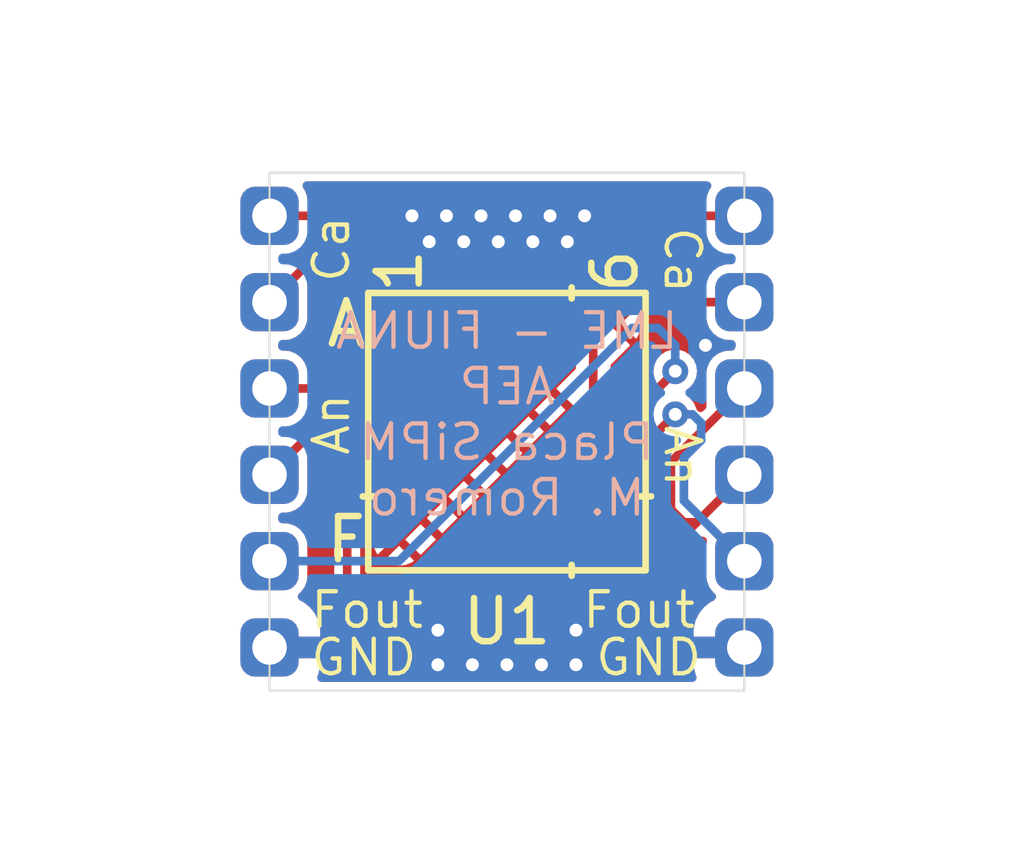
<source format=kicad_pcb>
(kicad_pcb (version 20221018) (generator pcbnew)
  (layers (0 "F.Cu" signal) (1 "In1.Cu" signal) (2 "In2.Cu" signal) (31 "B.Cu" signal) (34 "B.Paste" user) (35 "F.Paste" user) (36 "B.SilkS" user "B.Silkscreen") (37 "F.SilkS" user "F.Silkscreen") (38 "B.Mask" user) (39 "F.Mask" user) (44 "Edge.Cuts" user))
  (net 0 "")
  (net 1 "Cat")
  (net 2 "An")
  (net 3 "Fout")
  (net 4 "GND")
  (net 5 "Fout2")
  (net 6 "An2")
  (net 7 "Cat2")
  (footprint "0A_SiPM:MICROFJ-60035-TSV_ONS" (layer "F.Cu") (at 150.5 123)
    (fp_text reference "U1" (at 0 4.4 unlocked) (layer "F.SilkS"))
    (fp_text value "MICROFJ-60035-TSV")
    (fp_text user "A" (at -3.7211 -2.5 unlocked) (layer "F.SilkS"))
    (fp_text user "1" (at -2.5 -3.7211 90 unlocked) (layer "F.SilkS"))
    (fp_text user "F" (at -3.7211 2.5 unlocked) (layer "F.SilkS"))
    (fp_text user "6" (at 2.5 -3.7211 90 unlocked) (layer "F.SilkS"))
    (fp_line (start -3.2131 -3.2131) (end -3.2131 3.2131) (stroke (width 0.1524)) (layer "F.SilkS"))
    (fp_line (start -3.2131 3.2131) (end 3.2131 3.2131) (stroke (width 0.1524)) (layer "F.SilkS"))
    (fp_line (start -3.0861 1.500124) (end -3.3401 1.500124) (stroke (width 0.1524)) (layer "F.SilkS"))
    (fp_line (start 1.500124 -3.0861) (end 1.500124 -3.3401) (stroke (width 0.1524)) (layer "F.SilkS"))
    (fp_line (start 1.500124 3.0861) (end 1.500124 3.3401) (stroke (width 0.1524)) (layer "F.SilkS"))
    (fp_line (start 3.0861 1.500124) (end 3.3401 1.500124) (stroke (width 0.1524)) (layer "F.SilkS"))
    (fp_line (start 3.2131 -3.2131) (end -3.2131 -3.2131) (stroke (width 0.1524)) (layer "F.SilkS"))
    (fp_line (start 3.2131 3.2131) (end 3.2131 -3.2131) (stroke (width 0.1524)) (layer "F.SilkS"))
    (pad "A1" smd circle (at -2.5 -2.5) (size 0.2032 0.2032) (layers "F.Cu" "F.Paste" "F.Mask") (net 1 "Cat"))
    (pad "A2" smd circle (at -1.5 -2.5) (size 0.2032 0.2032) (layers "F.Cu" "F.Paste" "F.Mask") (net 4 "GND"))
    (pad "A3" smd circle (at -0.5 -2.5) (size 0.2032 0.2032) (layers "F.Cu" "F.Paste" "F.Mask") (net 4 "GND"))
    (pad "A4" smd circle (at 0.5 -2.5) (size 0.2032 0.2032) (layers "F.Cu" "F.Paste" "F.Mask") (net 4 "GND"))
    (pad "A5" smd circle (at 1.5 -2.5) (size 0.2032 0.2032) (layers "F.Cu" "F.Paste" "F.Mask") (net 4 "GND"))
    (pad "A6" smd circle (at 2.5 -2.5) (size 0.2032 0.2032) (layers "F.Cu" "F.Paste" "F.Mask") (net 4 "GND"))
    (pad "B1" smd circle (at -2.5 -1.5) (size 0.2032 0.2032) (layers "F.Cu" "F.Paste" "F.Mask") (net 4 "GND"))
    (pad "B2" smd circle (at -1.5 -1.5) (size 0.2032 0.2032) (layers "F.Cu" "F.Paste" "F.Mask") (net 4 "GND"))
    (pad "B3" smd circle (at -0.5 -1.5) (size 0.2032 0.2032) (layers "F.Cu" "F.Paste" "F.Mask") (net 4 "GND"))
    (pad "B4" smd circle (at 0.5 -1.5) (size 0.2032 0.2032) (layers "F.Cu" "F.Paste" "F.Mask") (net 4 "GND"))
    (pad "B5" smd circle (at 1.5 -1.5) (size 0.2032 0.2032) (layers "F.Cu" "F.Paste" "F.Mask") (net 4 "GND"))
    (pad "B6" smd circle (at 2.5 -1.5) (size 0.2032 0.2032) (layers "F.Cu" "F.Paste" "F.Mask") (net 4 "GND"))
    (pad "C1" smd circle (at -2.5 -0.5) (size 0.2032 0.2032) (layers "F.Cu" "F.Paste" "F.Mask") (net 2 "An"))
    (pad "C2" smd circle (at -1.5 -0.5) (size 0.2032 0.2032) (layers "F.Cu" "F.Paste" "F.Mask") (net 4 "GND"))
    (pad "C3" smd circle (at -0.5 -0.5) (size 0.2032 0.2032) (layers "F.Cu" "F.Paste" "F.Mask") (net 4 "GND"))
    (pad "C4" smd circle (at 0.5 -0.5) (size 0.2032 0.2032) (layers "F.Cu" "F.Paste" "F.Mask") (net 4 "GND"))
    (pad "C5" smd circle (at 1.5 -0.5) (size 0.2032 0.2032) (layers "F.Cu" "F.Paste" "F.Mask") (net 4 "GND"))
    (pad "C6" smd circle (at 2.5 -0.5) (size 0.2032 0.2032) (layers "F.Cu" "F.Paste" "F.Mask") (net 3 "Fout"))
    (pad "D1" smd circle (at -2.5 0.5) (size 0.2032 0.2032) (layers "F.Cu" "F.Paste" "F.Mask") (net 6 "An2"))
    (pad "D2" smd circle (at -1.5 0.5) (size 0.2032 0.2032) (layers "F.Cu" "F.Paste" "F.Mask") (net 4 "GND"))
    (pad "D3" smd circle (at -0.5 0.5) (size 0.2032 0.2032) (layers "F.Cu" "F.Paste" "F.Mask") (net 4 "GND"))
    (pad "D4" smd circle (at 0.5 0.5) (size 0.2032 0.2032) (layers "F.Cu" "F.Paste" "F.Mask") (net 4 "GND"))
    (pad "D5" smd circle (at 1.5 0.5) (size 0.2032 0.2032) (layers "F.Cu" "F.Paste" "F.Mask") (net 4 "GND"))
    (pad "D6" smd circle (at 2.5 0.5) (size 0.2032 0.2032) (layers "F.Cu" "F.Paste" "F.Mask") (net 5 "Fout2"))
    (pad "E1" smd circle (at -2.5 1.5) (size 0.2032 0.2032) (layers "F.Cu" "F.Paste" "F.Mask") (net 4 "GND"))
    (pad "E2" smd circle (at -1.5 1.5) (size 0.2032 0.2032) (layers "F.Cu" "F.Paste" "F.Mask") (net 4 "GND"))
    (pad "E3" smd circle (at -0.5 1.5) (size 0.2032 0.2032) (layers "F.Cu" "F.Paste" "F.Mask") (net 4 "GND"))
    (pad "E4" smd circle (at 0.5 1.5) (size 0.2032 0.2032) (layers "F.Cu" "F.Paste" "F.Mask") (net 4 "GND"))
    (pad "E5" smd circle (at 1.5 1.5) (size 0.2032 0.2032) (layers "F.Cu" "F.Paste" "F.Mask") (net 4 "GND"))
    (pad "E6" smd circle (at 2.5 1.5) (size 0.2032 0.2032) (layers "F.Cu" "F.Paste" "F.Mask") (net 4 "GND"))
    (pad "F1" smd circle (at -2.5 2.5) (size 0.2032 0.2032) (layers "F.Cu" "F.Paste" "F.Mask") (net 4 "GND"))
    (pad "F2" smd circle (at -1.5 2.5) (size 0.2032 0.2032) (layers "F.Cu" "F.Paste" "F.Mask") (net 4 "GND"))
    (pad "F3" smd circle (at -0.5 2.5) (size 0.2032 0.2032) (layers "F.Cu" "F.Paste" "F.Mask") (net 4 "GND"))
    (pad "F4" smd circle (at 0.5 2.5) (size 0.2032 0.2032) (layers "F.Cu" "F.Paste" "F.Mask") (net 4 "GND"))
    (pad "F5" smd circle (at 1.5 2.5) (size 0.2032 0.2032) (layers "F.Cu" "F.Paste" "F.Mask") (net 4 "GND"))
    (pad "F6" smd circle (at 2.5 2.5) (size 0.2032 0.2032) (layers "F.Cu" "F.Paste" "F.Mask") (net 7 "Cat2"))
  )
  (footprint "Connector_PinHeader_2.00mm:PinHeader_1x06_P2.00mm_Vertical" (layer "F.Cu") (at 145 118)
    (fp_text reference "J1" hide)
    (fp_text value "Conn_01x06_Pin")
    (pad "1" thru_hole roundrect (at 0 0) (size 1.35 1.35) (drill 0.8) (layers "*.Cu" "*.Mask") (net 1 "Cat"))
    (pad "2" thru_hole roundrect (at 0 2) (size 1.35 1.35) (drill 0.8) (layers "*.Cu" "*.Mask") (net 1 "Cat"))
    (pad "3" thru_hole roundrect (at 0 4) (size 1.35 1.35) (drill 0.8) (layers "*.Cu" "*.Mask") (net 2 "An"))
    (pad "4" thru_hole roundrect (at 0 6) (size 1.35 1.35) (drill 0.8) (layers "*.Cu" "*.Mask") (net 2 "An"))
    (pad "5" thru_hole roundrect (at 0 8) (size 1.35 1.35) (drill 0.8) (layers "*.Cu" "*.Mask") (net 3 "Fout"))
    (pad "6" thru_hole roundrect (at 0 10) (size 1.35 1.35) (drill 0.8) (layers "*.Cu" "*.Mask") (net 4 "GND"))
  )
  (footprint "Connector_PinHeader_2.00mm:PinHeader_1x06_P2.00mm_Vertical" (layer "F.Cu") (at 156 128 180)
    (fp_text reference "J2" hide)
    (fp_text value "Conn_01x06_Pin")
    (pad "1" thru_hole roundrect (at 0 0 180) (size 1.35 1.35) (drill 0.8) (layers "*.Cu" "*.Mask") (net 4 "GND"))
    (pad "2" thru_hole roundrect (at 0 2 180) (size 1.35 1.35) (drill 0.8) (layers "*.Cu" "*.Mask") (net 5 "Fout2"))
    (pad "3" thru_hole roundrect (at 0 4 180) (size 1.35 1.35) (drill 0.8) (layers "*.Cu" "*.Mask") (net 6 "An2"))
    (pad "4" thru_hole roundrect (at 0 6 180) (size 1.35 1.35) (drill 0.8) (layers "*.Cu" "*.Mask") (net 6 "An2"))
    (pad "5" thru_hole roundrect (at 0 8 180) (size 1.35 1.35) (drill 0.8) (layers "*.Cu" "*.Mask") (net 7 "Cat2"))
    (pad "6" thru_hole roundrect (at 0 10 180) (size 1.35 1.35) (drill 0.8) (layers "*.Cu" "*.Mask") (net 7 "Cat2"))
  )
  (gr_rect (start 145 117) (end 156 129) (stroke (width 0.05)) (fill none) (layer "Edge.Cuts"))
  (gr_text "LME - FIUNA\nAEP\nPlaca SiPM\nM. Romero" (at 150.5 125) (layer "B.SilkS") (effects (font (size 0.8 0.8) (thickness 0.1)) (justify bottom mirror)))
  (gr_text "Fout" (at 145.9 127.6) (layer "F.SilkS") (effects (font (size 0.8 0.8) (thickness 0.1)) (justify left bottom)))
  (gr_text "An" (at 154.1 122.8 270) (layer "F.SilkS") (effects (font (size 0.8 0.8) (thickness 0.1)) (justify left bottom)))
  (gr_text "Ca" (at 146.9 119.6 90) (layer "F.SilkS") (effects (font (size 0.8 0.8) (thickness 0.1)) (justify left bottom)))
  (gr_text "Fout" (at 152.2 127.6) (layer "F.SilkS") (effects (font (size 0.8 0.8) (thickness 0.1)) (justify left bottom)))
  (gr_text "An" (at 146.9 123.6 90) (layer "F.SilkS") (effects (font (size 0.8 0.8) (thickness 0.1)) (justify left bottom)))
  (gr_text "GND" (at 145.9 128.7) (layer "F.SilkS") (effects (font (size 0.8 0.8) (thickness 0.1)) (justify left bottom)))
  (gr_text "Ca" (at 154.1 118.2 270) (layer "F.SilkS") (effects (font (size 0.8 0.8) (thickness 0.1)) (justify left bottom)))
  (gr_text "GND" (at 152.5 128.7) (layer "F.SilkS") (effects (font (size 0.8 0.8) (thickness 0.1)) (justify left bottom)))
  (segment (start 146.1 118) (end 145 118) (width 0.2) (layer "F.Cu") (net 1))
  (segment (start 148 120.5) (end 148 119.2) (width 0.2) (layer "F.Cu") (net 1))
  (segment (start 146.8 118) (end 146.1 118) (width 0.2) (layer "F.Cu") (net 1))
  (segment (start 146.4 118.3) (end 146.1 118) (width 0.2) (layer "F.Cu") (net 1))
  (segment (start 146.4 118.6) (end 145 120) (width 0.2) (layer "F.Cu") (net 1))
  (segment (start 147.4 118.6) (end 146.8 118) (width 0.2) (layer "F.Cu") (net 1))
  (segment (start 146.4 118.6) (end 146.4 118.3) (width 0.2) (layer "F.Cu") (net 1))
  (segment (start 147.4 118.6) (end 146.4 118.6) (width 0.2) (layer "F.Cu") (net 1))
  (segment (start 148 119.2) (end 147.4 118.6) (width 0.2) (layer "F.Cu") (net 1))
  (segment (start 146.8 122.5) (end 146.7 122.5) (width 0.2) (layer "F.Cu") (net 2))
  (segment (start 146.5 122.5) (end 146.5 122.3) (width 0.2) (layer "F.Cu") (net 2))
  (segment (start 146.5 122.3) (end 146.2 122) (width 0.2) (layer "F.Cu") (net 2))
  (segment (start 146.6 122) (end 146.4 122) (width 0.2) (layer "F.Cu") (net 2))
  (segment (start 146.5 122.5) (end 145 124) (width 0.2) (layer "F.Cu") (net 2))
  (segment (start 146.4 122) (end 146.2 122) (width 0.2) (layer "F.Cu") (net 2))
  (segment (start 146.2 122) (end 145 122) (width 0.2) (layer "F.Cu") (net 2))
  (segment (start 147.1 122.5) (end 146.6 122) (width 0.2) (layer "F.Cu") (net 2))
  (segment (start 146.7 122.5) (end 146.5 122.5) (width 0.2) (layer "F.Cu") (net 2))
  (segment (start 147.1 122.5) (end 146.9 122.5) (width 0.2) (layer "F.Cu") (net 2))
  (segment (start 146.9 122.5) (end 146.8 122.5) (width 0.2) (layer "F.Cu") (net 2))
  (segment (start 148 122.5) (end 147.1 122.5) (width 0.2) (layer "F.Cu") (net 2))
  (segment (start 153.5 122.5) (end 154.4 121.6) (width 0.2) (layer "F.Cu") (net 3))
  (segment (start 153 122.5) (end 153.5 122.5) (width 0.2) (layer "F.Cu") (net 3))
  (via (at 154.4 121.6) (size 0.6) (drill 0.3) (layers "F.Cu" "B.Cu") (net 3))
  (segment (start 148 126) (end 145 126) (width 0.2) (layer "B.Cu") (net 3))
  (segment (start 154.4 121) (end 154 120.6) (width 0.2) (layer "B.Cu") (net 3))
  (segment (start 153.4 120.6) (end 148 126) (width 0.2) (layer "B.Cu") (net 3))
  (segment (start 154.4 121.6) (end 154.4 121) (width 0.2) (layer "B.Cu") (net 3))
  (segment (start 154 120.6) (end 153.4 120.6) (width 0.2) (layer "B.Cu") (net 3))
  (via (at 150.3 118.6) (size 0.6) (drill 0.3) (layers "F.Cu" "B.Cu") (net 4))
  (via (at 148.9 127.6) (size 0.6) (drill 0.3) (layers "F.Cu" "B.Cu") (net 4))
  (via (at 151.5 118) (size 0.6) (drill 0.3) (layers "F.Cu" "B.Cu") (net 4))
  (via (at 149.9 118) (size 0.6) (drill 0.3) (layers "F.Cu" "B.Cu") (net 4))
  (via (at 149.7 128.4) (size 0.6) (drill 0.3) (layers "F.Cu" "B.Cu") (net 4))
  (via (at 152.1 127.6) (size 0.6) (drill 0.3) (layers "F.Cu" "B.Cu") (net 4))
  (via (at 149.5 118.6) (size 0.6) (drill 0.3) (layers "F.Cu" "B.Cu") (net 4))
  (via (at 150.7 118) (size 0.6) (drill 0.3) (layers "F.Cu" "B.Cu") (net 4))
  (via (at 148.9 128.4) (size 0.6) (drill 0.3) (layers "F.Cu" "B.Cu") (net 4))
  (via (at 148.7 118.6) (size 0.6) (drill 0.3) (layers "F.Cu" "B.Cu") (net 4))
  (via (at 149.1 118) (size 0.6) (drill 0.3) (layers "F.Cu" "B.Cu") (net 4))
  (via (at 148.3 118) (size 0.6) (drill 0.3) (layers "F.Cu" "B.Cu") (net 4))
  (via (at 151.9 118.6) (size 0.6) (drill 0.3) (layers "F.Cu" "B.Cu") (net 4))
  (via (at 151.1 118.6) (size 0.6) (drill 0.3) (layers "F.Cu" "B.Cu") (net 4))
  (via (at 150.5 128.4) (size 0.6) (drill 0.3) (layers "F.Cu" "B.Cu") (net 4))
  (via (at 155.1 121) (size 0.6) (drill 0.3) (layers "F.Cu" "B.Cu") (net 4))
  (via (at 151.3 128.4) (size 0.6) (drill 0.3) (layers "F.Cu" "B.Cu") (net 4))
  (via (at 152.1 128.4) (size 0.6) (drill 0.3) (layers "F.Cu" "B.Cu") (net 4))
  (via (at 152.3 118) (size 0.6) (drill 0.3) (layers "F.Cu" "B.Cu") (net 4))
  (segment (start 153.5 123.5) (end 154.4 122.6) (width 0.2) (layer "F.Cu") (net 5))
  (segment (start 153 123.5) (end 153.5 123.5) (width 0.2) (layer "F.Cu") (net 5))
  (via (at 154.4 122.6) (size 0.6) (drill 0.3) (layers "F.Cu" "B.Cu") (net 5))
  (segment (start 154.4 122.6) (end 154.8 122.6) (width 0.2) (layer "B.Cu") (net 5))
  (segment (start 155 122.8) (end 155 123.2) (width 0.2) (layer "B.Cu") (net 5))
  (segment (start 155 123.2) (end 154.6 123.6) (width 0.2) (layer "B.Cu") (net 5))
  (segment (start 154.6 124.6) (end 156 126) (width 0.2) (layer "B.Cu") (net 5))
  (segment (start 154.6 123.6) (end 154.6 124.6) (width 0.2) (layer "B.Cu") (net 5))
  (segment (start 154.8 122.6) (end 155 122.8) (width 0.2) (layer "B.Cu") (net 5))
  (segment (start 156 122) (end 154.3 123.7) (width 0.2) (layer "F.Cu") (net 6))
  (segment (start 146.8 126.5) (end 147.2 126.9) (width 0.2) (layer "F.Cu") (net 6))
  (segment (start 154.9 125.1) (end 154.6 125.1) (width 0.2) (layer "F.Cu") (net 6))
  (segment (start 154.3 126.6) (end 154.3 125.7) (width 0.2) (layer "F.Cu") (net 6))
  (segment (start 154.3 124.8) (end 154.6 125.1) (width 0.2) (layer "F.Cu") (net 6))
  (segment (start 148 123.5) (end 146.8 124.7) (width 0.2) (layer "F.Cu") (net 6))
  (segment (start 154 126.9) (end 154.3 126.6) (width 0.2) (layer "F.Cu") (net 6))
  (segment (start 154.3 125.4) (end 154.3 125.7) (width 0.2) (layer "F.Cu") (net 6))
  (segment (start 154.3 125.2) (end 154.3 125.4) (width 0.2) (layer "F.Cu") (net 6))
  (segment (start 146.8 124.7) (end 146.8 126.5) (width 0.2) (layer "F.Cu") (net 6))
  (segment (start 154.3 123.7) (end 154.3 124.8) (width 0.2) (layer "F.Cu") (net 6))
  (segment (start 154.3 124.8) (end 154.3 125) (width 0.2) (layer "F.Cu") (net 6))
  (segment (start 154.9 125.1) (end 154.75 125.25) (width 0.2) (layer "F.Cu") (net 6))
  (segment (start 147.2 126.9) (end 154 126.9) (width 0.2) (layer "F.Cu") (net 6))
  (segment (start 156 124) (end 154.9 125.1) (width 0.2) (layer "F.Cu") (net 6))
  (segment (start 154.3 125) (end 154.3 125.2) (width 0.2) (layer "F.Cu") (net 6))
  (segment (start 154.75 125.25) (end 154.3 125.7) (width 0.2) (layer "F.Cu") (net 6))
  (segment (start 154.9 120) (end 153.9 119) (width 0.2) (layer "F.Cu") (net 7))
  (segment (start 153.9 119) (end 152.9 119) (width 0.2) (layer "F.Cu") (net 7))
  (segment (start 153.9 118.5) (end 154.4 118) (width 0.2) (layer "F.Cu") (net 7))
  (segment (start 152.5 125) (end 152.5 119.4) (width 0.2) (layer "F.Cu") (net 7))
  (segment (start 153.9 118) (end 153.9 118.5) (width 0.2) (layer "F.Cu") (net 7))
  (segment (start 153 125.5) (end 152.5 125) (width 0.2) (layer "F.Cu") (net 7))
  (segment (start 153.9 118.5) (end 153.9 119) (width 0.2) (layer "F.Cu") (net 7))
  (segment (start 152.5 119.4) (end 152.9 119) (width 0.2) (layer "F.Cu") (net 7))
  (segment (start 152.9 119) (end 153.9 118) (width 0.2) (layer "F.Cu") (net 7))
  (segment (start 153.9 118) (end 154.4 118) (width 0.2) (layer "F.Cu") (net 7))
  (segment (start 154.4 118) (end 156 118) (width 0.2) (layer "F.Cu") (net 7))
  (segment (start 156 120) (end 154.9 120) (width 0.2) (layer "F.Cu") (net 7))
  (zone (net 6) (net_name "An2") (layer "F.Cu") (priority 1) (connect_pads (clearance 0.3)) (min_thickness 0.25) (fill yes (thermal_gap 0.5) (thermal_bridge_width 0.5))
    (polygon (pts (xy 154.3 125.7) (xy 154.9 125.1) (xy 154.6 125.1) (xy 154.3 124.8)))
  )
  (zone (net 1) (net_name "Cat") (layer "F.Cu") (priority 3) (connect_pads (clearance 0.3)) (min_thickness 0.25) (fill yes (thermal_gap 0.5) (thermal_bridge_width 0.5))
    (polygon (pts (xy 146.4 118.6) (xy 146.4 118.3) (xy 146.1 118) (xy 146.8 118) (xy 147.4 118.6)))
  )
  (zone (net 4) (net_name "GND") (layer "F.Cu") (priority 6) (connect_pads (clearance 0.2)) (min_thickness 0.2) (fill yes (thermal_gap 0.5) (thermal_bridge_width 0.5))
    (polygon (pts (xy 140.5 114) (xy 161.5 114) (xy 161.5 132) (xy 140.5 132)))
  )
  (zone (net 2) (net_name "An") (layer "F.Cu") (priority 2) (connect_pads (clearance 0.3)) (min_thickness 0.25) (fill yes (thermal_gap 0.5) (thermal_bridge_width 0.5))
    (polygon (pts (xy 146.2 122) (xy 146.5 122.3) (xy 146.5 122.5) (xy 147.1 122.5) (xy 146.6 122)))
  )
  (zone (net 7) (net_name "Cat2") (layer "F.Cu") (connect_pads (clearance 0.3)) (min_thickness 0.25) (fill yes (thermal_gap 0.5) (thermal_bridge_width 0.5))
    (polygon (pts (xy 152.9 119) (xy 153.9 119) (xy 153.9 118.5) (xy 154.4 118) (xy 153.9 118)))
  )
  (zone (net 4) (net_name "GND") (layer "B.Cu") (priority 7) (connect_pads (clearance 0.2)) (min_thickness 0.2) (fill yes (thermal_gap 0.5) (thermal_bridge_width 0.5))
    (polygon (pts (xy 139.5 113) (xy 162.5 113) (xy 162.5 133) (xy 139.5 133)))
  )
)
</source>
